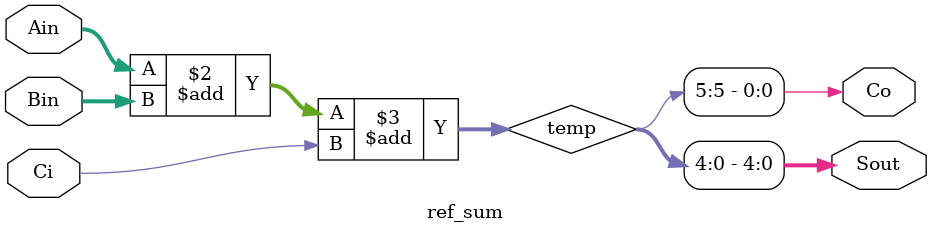
<source format=v>
module ref_sum(Ain, Bin, Ci, Sout, Co);
	input [4:0] Ain, Bin;
	input Ci;
	output [4:0] Sout;
	output Co;

	reg [5:0] temp;

	always @(*) begin
		temp = Ain + Bin + Ci;
	end

	assign Sout = temp[4:0];
	assign Co   = temp[5];
endmodule


</source>
